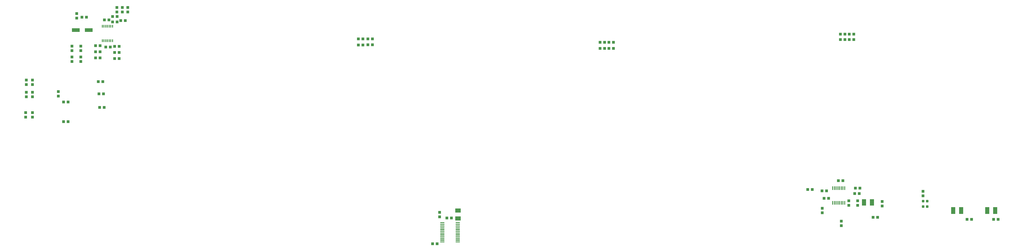
<source format=gbr>
G04 EAGLE Gerber RS-274X export*
G75*
%MOMM*%
%FSLAX34Y34*%
%LPD*%
%INSolderpaste Top*%
%IPPOS*%
%AMOC8*
5,1,8,0,0,1.08239X$1,22.5*%
G01*
%ADD10R,1.000000X1.100000*%
%ADD11R,1.100000X1.000000*%
%ADD12R,3.000000X1.400000*%
%ADD13R,0.355600X1.460500*%
%ADD14C,0.102500*%
%ADD15R,2.000000X1.500000*%
%ADD16R,0.304800X0.990600*%
%ADD17R,1.500000X2.600000*%
%ADD18C,0.222250*%
%ADD19R,1.600000X2.400000*%


D10*
X520700Y737480D03*
X520700Y720480D03*
X520700Y778120D03*
X520700Y761120D03*
X373380Y651120D03*
X373380Y634120D03*
X373380Y605400D03*
X373380Y588400D03*
D11*
X1589160Y782320D03*
X1606160Y782320D03*
X1641212Y782574D03*
X1624212Y782574D03*
D10*
X373380Y512200D03*
X373380Y529200D03*
X489340Y495300D03*
X506340Y495300D03*
X489340Y568960D03*
X506340Y568960D03*
X672220Y889000D03*
X689220Y889000D03*
D11*
X688340Y922900D03*
X688340Y905900D03*
X708660Y922900D03*
X708660Y905900D03*
X728980Y922900D03*
X728980Y905900D03*
X538480Y883040D03*
X538480Y900040D03*
D10*
X574920Y886460D03*
X557920Y886460D03*
D12*
X534800Y838200D03*
X582800Y838200D03*
D11*
X469900Y590940D03*
X469900Y607940D03*
D10*
X640960Y548640D03*
X623960Y548640D03*
X638420Y599440D03*
X621420Y599440D03*
X635880Y645160D03*
X618880Y645160D03*
D13*
X3402965Y245682D03*
X3396615Y245682D03*
X3390265Y245682D03*
X3383915Y245682D03*
X3377565Y245682D03*
X3371215Y245682D03*
X3364865Y245682D03*
X3358515Y245682D03*
X3358515Y191199D03*
X3364865Y191199D03*
X3371215Y191199D03*
X3377565Y191199D03*
X3383915Y191199D03*
X3390265Y191199D03*
X3396615Y191199D03*
X3402965Y191199D03*
D14*
X1909038Y115492D02*
X1894362Y115492D01*
X1894362Y118568D01*
X1909038Y118568D01*
X1909038Y115492D01*
X1909038Y116466D02*
X1894362Y116466D01*
X1894362Y117440D02*
X1909038Y117440D01*
X1909038Y118414D02*
X1894362Y118414D01*
X1894362Y108992D02*
X1909038Y108992D01*
X1894362Y108992D02*
X1894362Y112068D01*
X1909038Y112068D01*
X1909038Y108992D01*
X1909038Y109966D02*
X1894362Y109966D01*
X1894362Y110940D02*
X1909038Y110940D01*
X1909038Y111914D02*
X1894362Y111914D01*
X1894362Y102492D02*
X1909038Y102492D01*
X1894362Y102492D02*
X1894362Y105568D01*
X1909038Y105568D01*
X1909038Y102492D01*
X1909038Y103466D02*
X1894362Y103466D01*
X1894362Y104440D02*
X1909038Y104440D01*
X1909038Y105414D02*
X1894362Y105414D01*
X1894362Y95992D02*
X1909038Y95992D01*
X1894362Y95992D02*
X1894362Y99068D01*
X1909038Y99068D01*
X1909038Y95992D01*
X1909038Y96966D02*
X1894362Y96966D01*
X1894362Y97940D02*
X1909038Y97940D01*
X1909038Y98914D02*
X1894362Y98914D01*
X1894362Y89492D02*
X1909038Y89492D01*
X1894362Y89492D02*
X1894362Y92568D01*
X1909038Y92568D01*
X1909038Y89492D01*
X1909038Y90466D02*
X1894362Y90466D01*
X1894362Y91440D02*
X1909038Y91440D01*
X1909038Y92414D02*
X1894362Y92414D01*
X1894362Y82992D02*
X1909038Y82992D01*
X1894362Y82992D02*
X1894362Y86068D01*
X1909038Y86068D01*
X1909038Y82992D01*
X1909038Y83966D02*
X1894362Y83966D01*
X1894362Y84940D02*
X1909038Y84940D01*
X1909038Y85914D02*
X1894362Y85914D01*
X1894362Y76492D02*
X1909038Y76492D01*
X1894362Y76492D02*
X1894362Y79568D01*
X1909038Y79568D01*
X1909038Y76492D01*
X1909038Y77466D02*
X1894362Y77466D01*
X1894362Y78440D02*
X1909038Y78440D01*
X1909038Y79414D02*
X1894362Y79414D01*
X1894362Y69992D02*
X1909038Y69992D01*
X1894362Y69992D02*
X1894362Y73068D01*
X1909038Y73068D01*
X1909038Y69992D01*
X1909038Y70966D02*
X1894362Y70966D01*
X1894362Y71940D02*
X1909038Y71940D01*
X1909038Y72914D02*
X1894362Y72914D01*
X1894362Y63492D02*
X1909038Y63492D01*
X1894362Y63492D02*
X1894362Y66568D01*
X1909038Y66568D01*
X1909038Y63492D01*
X1909038Y64466D02*
X1894362Y64466D01*
X1894362Y65440D02*
X1909038Y65440D01*
X1909038Y66414D02*
X1894362Y66414D01*
X1894362Y56992D02*
X1909038Y56992D01*
X1894362Y56992D02*
X1894362Y60068D01*
X1909038Y60068D01*
X1909038Y56992D01*
X1909038Y57966D02*
X1894362Y57966D01*
X1894362Y58940D02*
X1909038Y58940D01*
X1909038Y59914D02*
X1894362Y59914D01*
X1894362Y50492D02*
X1909038Y50492D01*
X1894362Y50492D02*
X1894362Y53568D01*
X1909038Y53568D01*
X1909038Y50492D01*
X1909038Y51466D02*
X1894362Y51466D01*
X1894362Y52440D02*
X1909038Y52440D01*
X1909038Y53414D02*
X1894362Y53414D01*
X1894362Y43992D02*
X1909038Y43992D01*
X1894362Y43992D02*
X1894362Y47068D01*
X1909038Y47068D01*
X1909038Y43992D01*
X1909038Y44966D02*
X1894362Y44966D01*
X1894362Y45940D02*
X1909038Y45940D01*
X1909038Y46914D02*
X1894362Y46914D01*
X1951762Y43992D02*
X1966438Y43992D01*
X1951762Y43992D02*
X1951762Y47068D01*
X1966438Y47068D01*
X1966438Y43992D01*
X1966438Y44966D02*
X1951762Y44966D01*
X1951762Y45940D02*
X1966438Y45940D01*
X1966438Y46914D02*
X1951762Y46914D01*
X1951762Y50492D02*
X1966438Y50492D01*
X1951762Y50492D02*
X1951762Y53568D01*
X1966438Y53568D01*
X1966438Y50492D01*
X1966438Y51466D02*
X1951762Y51466D01*
X1951762Y52440D02*
X1966438Y52440D01*
X1966438Y53414D02*
X1951762Y53414D01*
X1951762Y56992D02*
X1966438Y56992D01*
X1951762Y56992D02*
X1951762Y60068D01*
X1966438Y60068D01*
X1966438Y56992D01*
X1966438Y57966D02*
X1951762Y57966D01*
X1951762Y58940D02*
X1966438Y58940D01*
X1966438Y59914D02*
X1951762Y59914D01*
X1951762Y63492D02*
X1966438Y63492D01*
X1951762Y63492D02*
X1951762Y66568D01*
X1966438Y66568D01*
X1966438Y63492D01*
X1966438Y64466D02*
X1951762Y64466D01*
X1951762Y65440D02*
X1966438Y65440D01*
X1966438Y66414D02*
X1951762Y66414D01*
X1951762Y69992D02*
X1966438Y69992D01*
X1951762Y69992D02*
X1951762Y73068D01*
X1966438Y73068D01*
X1966438Y69992D01*
X1966438Y70966D02*
X1951762Y70966D01*
X1951762Y71940D02*
X1966438Y71940D01*
X1966438Y72914D02*
X1951762Y72914D01*
X1951762Y76492D02*
X1966438Y76492D01*
X1951762Y76492D02*
X1951762Y79568D01*
X1966438Y79568D01*
X1966438Y76492D01*
X1966438Y77466D02*
X1951762Y77466D01*
X1951762Y78440D02*
X1966438Y78440D01*
X1966438Y79414D02*
X1951762Y79414D01*
X1951762Y82992D02*
X1966438Y82992D01*
X1951762Y82992D02*
X1951762Y86068D01*
X1966438Y86068D01*
X1966438Y82992D01*
X1966438Y83966D02*
X1951762Y83966D01*
X1951762Y84940D02*
X1966438Y84940D01*
X1966438Y85914D02*
X1951762Y85914D01*
X1951762Y89492D02*
X1966438Y89492D01*
X1951762Y89492D02*
X1951762Y92568D01*
X1966438Y92568D01*
X1966438Y89492D01*
X1966438Y90466D02*
X1951762Y90466D01*
X1951762Y91440D02*
X1966438Y91440D01*
X1966438Y92414D02*
X1951762Y92414D01*
X1951762Y95992D02*
X1966438Y95992D01*
X1951762Y95992D02*
X1951762Y99068D01*
X1966438Y99068D01*
X1966438Y95992D01*
X1966438Y96966D02*
X1951762Y96966D01*
X1951762Y97940D02*
X1966438Y97940D01*
X1966438Y98914D02*
X1951762Y98914D01*
X1951762Y102492D02*
X1966438Y102492D01*
X1951762Y102492D02*
X1951762Y105568D01*
X1966438Y105568D01*
X1966438Y102492D01*
X1966438Y103466D02*
X1951762Y103466D01*
X1951762Y104440D02*
X1966438Y104440D01*
X1966438Y105414D02*
X1951762Y105414D01*
X1951762Y108992D02*
X1966438Y108992D01*
X1951762Y108992D02*
X1951762Y112068D01*
X1966438Y112068D01*
X1966438Y108992D01*
X1966438Y109966D02*
X1951762Y109966D01*
X1951762Y110940D02*
X1966438Y110940D01*
X1966438Y111914D02*
X1951762Y111914D01*
X1951762Y115492D02*
X1966438Y115492D01*
X1951762Y115492D02*
X1951762Y118568D01*
X1966438Y118568D01*
X1966438Y115492D01*
X1966438Y116466D02*
X1951762Y116466D01*
X1951762Y117440D02*
X1966438Y117440D01*
X1966438Y118414D02*
X1951762Y118414D01*
D10*
X1936360Y134620D03*
X1919360Y134620D03*
D11*
X1866020Y38100D03*
X1883020Y38100D03*
D15*
X1960880Y132320D03*
X1960880Y162320D03*
D11*
X1892300Y138820D03*
X1892300Y155820D03*
D16*
X671830Y852678D03*
X665480Y852678D03*
X659130Y852678D03*
X652780Y852678D03*
X646430Y852678D03*
X640080Y852678D03*
X633730Y852678D03*
X671830Y798322D03*
X665480Y798322D03*
X659130Y798322D03*
X652780Y798322D03*
X646430Y798322D03*
X640080Y798322D03*
X633730Y798322D03*
D10*
X608720Y756920D03*
X625720Y756920D03*
X608720Y734060D03*
X625720Y734060D03*
X696840Y754380D03*
X679840Y754380D03*
X696840Y731520D03*
X679840Y731520D03*
X625720Y779780D03*
X608720Y779780D03*
X679840Y777240D03*
X696840Y777240D03*
X553720Y737480D03*
X553720Y720480D03*
D11*
X663820Y774700D03*
X646820Y774700D03*
X641740Y876300D03*
X658740Y876300D03*
D10*
X553720Y778120D03*
X553720Y761120D03*
X350520Y651120D03*
X350520Y634120D03*
X350520Y605400D03*
X350520Y588400D03*
X347980Y512200D03*
X347980Y529200D03*
D11*
X1641720Y805180D03*
X1624720Y805180D03*
X1589160Y805180D03*
X1606160Y805180D03*
D10*
X702700Y873760D03*
X719700Y873760D03*
D11*
X2490860Y769620D03*
X2507860Y769620D03*
X2540880Y769620D03*
X2523880Y769620D03*
X2540880Y792480D03*
X2523880Y792480D03*
X2490860Y792480D03*
X2507860Y792480D03*
X3387480Y802640D03*
X3404480Y802640D03*
X3437500Y802640D03*
X3420500Y802640D03*
X3437500Y822960D03*
X3420500Y822960D03*
X3387480Y822960D03*
X3404480Y822960D03*
D10*
X3418840Y182000D03*
X3418840Y199000D03*
X3451860Y182000D03*
X3451860Y199000D03*
D17*
X3837700Y162560D03*
X3807700Y162560D03*
D10*
X3859920Y129540D03*
X3876920Y129540D03*
D18*
X3699034Y194786D02*
X3692366Y194786D01*
X3692366Y201454D01*
X3699034Y201454D01*
X3699034Y194786D01*
X3699034Y196898D02*
X3692366Y196898D01*
X3692366Y199010D02*
X3699034Y199010D01*
X3699034Y201122D02*
X3692366Y201122D01*
X3707606Y194786D02*
X3714274Y194786D01*
X3707606Y194786D02*
X3707606Y201454D01*
X3714274Y201454D01*
X3714274Y194786D01*
X3714274Y196898D02*
X3707606Y196898D01*
X3707606Y199010D02*
X3714274Y199010D01*
X3714274Y201122D02*
X3707606Y201122D01*
X3699034Y174466D02*
X3692366Y174466D01*
X3692366Y181134D01*
X3699034Y181134D01*
X3699034Y174466D01*
X3699034Y176578D02*
X3692366Y176578D01*
X3692366Y178690D02*
X3699034Y178690D01*
X3699034Y180802D02*
X3692366Y180802D01*
X3707606Y174466D02*
X3714274Y174466D01*
X3707606Y174466D02*
X3707606Y181134D01*
X3714274Y181134D01*
X3714274Y174466D01*
X3714274Y176578D02*
X3707606Y176578D01*
X3707606Y178690D02*
X3714274Y178690D01*
X3714274Y180802D02*
X3707606Y180802D01*
D11*
X3379860Y274320D03*
X3396860Y274320D03*
X3443360Y246380D03*
X3460360Y246380D03*
X3440820Y226060D03*
X3457820Y226060D03*
X3282560Y241300D03*
X3265560Y241300D03*
X3343520Y208280D03*
X3326520Y208280D03*
D10*
X3319780Y154060D03*
X3319780Y171060D03*
D11*
X3335900Y236220D03*
X3318900Y236220D03*
D10*
X3543300Y196460D03*
X3543300Y179460D03*
D17*
X3964700Y162560D03*
X3934700Y162560D03*
D10*
X3975980Y129540D03*
X3958980Y129540D03*
D11*
X3390900Y105800D03*
X3390900Y122800D03*
D10*
X3526400Y137160D03*
X3509400Y137160D03*
D11*
X3695700Y234560D03*
X3695700Y217560D03*
X672220Y868680D03*
X689220Y868680D03*
D19*
X3474960Y193040D03*
X3504960Y193040D03*
M02*

</source>
